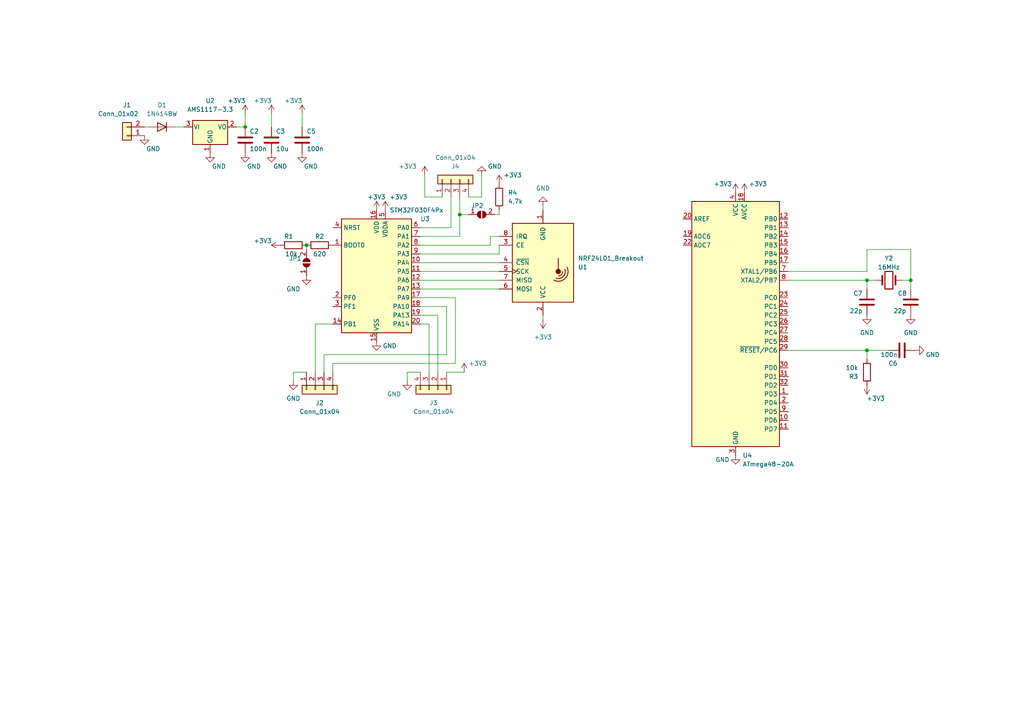
<source format=kicad_sch>
(kicad_sch (version 20211123) (generator eeschema)
  (paper "A4")
  (lib_symbols
    (symbol "Connector_Generic:Conn_01x02" (pin_names (offset 1.016) hide)
      (property "Reference" "J" (at 0 2.54 0))
      (property "Value" "Conn_01x02" (at 0 -5.08 0))
      (symbol "Conn_01x02_1_1"
        (rectangle (start -1.27 -2.413) (end 0 -2.667) (stroke (width 0.1524)))
        (rectangle (start -1.27 0.127) (end 0 -0.127) (stroke (width 0.1524)))
        (rectangle (start -1.27 1.27) (end 1.27 -3.81) (stroke (width 0.254)) (fill (type background)))
        (pin passive line (at -5.08 0 0) (length 3.81) (name "Pin_1") (number "1"))
        (pin passive line (at -5.08 -2.54 0) (length 3.81) (name "Pin_2") (number "2"))
      )
    )
    (symbol "Connector_Generic:Conn_01x04" (pin_names (offset 1.016) hide)
      (property "Reference" "J" (at 0 5.08 0))
      (property "Value" "Conn_01x04" (at 0 -7.62 0))
      (symbol "Conn_01x04_1_1"
        (rectangle (start -1.27 -4.953) (end 0 -5.207) (stroke (width 0.1524)))
        (rectangle (start -1.27 -2.413) (end 0 -2.667) (stroke (width 0.1524)))
        (rectangle (start -1.27 0.127) (end 0 -0.127) (stroke (width 0.1524)))
        (rectangle (start -1.27 2.667) (end 0 2.413) (stroke (width 0.1524)))
        (rectangle (start -1.27 3.81) (end 1.27 -6.35) (stroke (width 0.254)) (fill (type background)))
        (pin passive line (at -5.08 2.54 0) (length 3.81) (name "Pin_1") (number "1"))
        (pin passive line (at -5.08 0 0) (length 3.81) (name "Pin_2") (number "2"))
        (pin passive line (at -5.08 -2.54 0) (length 3.81) (name "Pin_3") (number "3"))
        (pin passive line (at -5.08 -5.08 0) (length 3.81) (name "Pin_4") (number "4"))
      )
    )
    (symbol "Device:C" (pin_numbers hide) (pin_names (offset 0.254))
      (property "Reference" "C" (at 0.635 2.54 0))
      (property "Value" "C" (at 0.635 -2.54 0))
      (symbol "C_0_1"
        (polyline (pts (xy -2.032 -0.762) (xy 2.032 -0.762)) (stroke (width 0.508)))
        (polyline (pts (xy -2.032 0.762) (xy 2.032 0.762)) (stroke (width 0.508)))
      )
      (symbol "C_1_1"
        (pin passive line (at 0 3.81 270) (length 2.794) (name "~") (number "1"))
        (pin passive line (at 0 -3.81 90) (length 2.794) (name "~") (number "2"))
      )
    )
    (symbol "Device:Crystal" (pin_numbers hide) (pin_names (offset 1.016) hide)
      (property "Reference" "Y" (at 0 3.81 0))
      (property "Value" "Crystal" (at 0 -3.81 0))
      (symbol "Crystal_0_1"
        (rectangle (start -1.143 2.54) (end 1.143 -2.54) (stroke (width 0.3048)))
        (polyline (pts (xy -2.54 0) (xy -1.905 0)))
        (polyline (pts (xy -1.905 -1.27) (xy -1.905 1.27)) (stroke (width 0.508)))
        (polyline (pts (xy 1.905 -1.27) (xy 1.905 1.27)) (stroke (width 0.508)))
        (polyline (pts (xy 2.54 0) (xy 1.905 0)))
      )
      (symbol "Crystal_1_1"
        (pin passive line (at -3.81 0 0) (length 1.27) (name "1") (number "1"))
        (pin passive line (at 3.81 0 180) (length 1.27) (name "2") (number "2"))
      )
    )
    (symbol "Device:R" (pin_numbers hide) (pin_names (offset 0))
      (property "Reference" "R" (at 2.032 0 90))
      (property "Value" "R" (at 0 0 90))
      (symbol "R_0_1"
        (rectangle (start -1.016 -2.54) (end 1.016 2.54) (stroke (width 0.254)))
      )
      (symbol "R_1_1"
        (pin passive line (at 0 3.81 270) (length 1.27) (name "~") (number "1"))
        (pin passive line (at 0 -3.81 90) (length 1.27) (name "~") (number "2"))
      )
    )
    (symbol "Diode:1N4148W" (pin_numbers hide) (pin_names (offset 1.016) hide)
      (property "Reference" "D" (at 0 2.54 0))
      (property "Value" "1N4148W" (at 0 -2.54 0))
      (symbol "1N4148W_0_1"
        (polyline (pts (xy -1.27 1.27) (xy -1.27 -1.27)) (stroke (width 0.254)))
        (polyline (pts (xy 1.27 0) (xy -1.27 0)))
        (polyline (pts (xy 1.27 1.27) (xy 1.27 -1.27) (xy -1.27 0) (xy 1.27 1.27)) (stroke (width 0.254)))
      )
      (symbol "1N4148W_1_1"
        (pin passive line (at -3.81 0 0) (length 2.54) (name "K") (number "1"))
        (pin passive line (at 3.81 0 180) (length 2.54) (name "A") (number "2"))
      )
    )
    (symbol "Jumper:SolderJumper_2_Open" (pin_names (offset 0) hide)
      (property "Reference" "JP" (at 0 2.032 0))
      (property "Value" "SolderJumper_2_Open" (at 0 -2.54 0))
      (symbol "SolderJumper_2_Open_0_1"
        (arc (start -0.254 1.016) (mid -1.27 0) (end -0.254 -1.016))
        (arc (start -0.254 1.016) (mid -1.27 0) (end -0.254 -1.016) (fill (type outline)))
        (polyline (pts (xy -0.254 1.016) (xy -0.254 -1.016)))
        (polyline (pts (xy 0.254 1.016) (xy 0.254 -1.016)))
        (arc (start 0.254 -1.016) (mid 1.27 0) (end 0.254 1.016))
        (arc (start 0.254 -1.016) (mid 1.27 0) (end 0.254 1.016) (fill (type outline)))
      )
      (symbol "SolderJumper_2_Open_1_1"
        (pin passive line (at -3.81 0 0) (length 2.54) (name "A") (number "1"))
        (pin passive line (at 3.81 0 180) (length 2.54) (name "B") (number "2"))
      )
    )
    (symbol "MCU_Microchip_ATmega:ATmega48-20A"
      (property "Reference" "U" (at -12.7 36.83 0))
      (property "Value" "ATmega48-20A" (at 2.54 -36.83 0))
      (symbol "ATmega48-20A_0_1"
        (rectangle (start -12.7 -35.56) (end 12.7 35.56) (stroke (width 0.254)) (fill (type background)))
      )
      (symbol "ATmega48-20A_1_1"
        (pin bidirectional line (at 15.24 -20.32 180) (length 2.54) (name "PD3") (number "1"))
        (pin bidirectional line (at 15.24 -27.94 180) (length 2.54) (name "PD6") (number "10"))
        (pin bidirectional line (at 15.24 -30.48 180) (length 2.54) (name "PD7") (number "11"))
        (pin bidirectional line (at 15.24 30.48 180) (length 2.54) (name "PB0") (number "12"))
        (pin bidirectional line (at 15.24 27.94 180) (length 2.54) (name "PB1") (number "13"))
        (pin bidirectional line (at 15.24 25.4 180) (length 2.54) (name "PB2") (number "14"))
        (pin bidirectional line (at 15.24 22.86 180) (length 2.54) (name "PB3") (number "15"))
        (pin bidirectional line (at 15.24 20.32 180) (length 2.54) (name "PB4") (number "16"))
        (pin bidirectional line (at 15.24 17.78 180) (length 2.54) (name "PB5") (number "17"))
        (pin power_in line (at 2.54 38.1 270) (length 2.54) (name "AVCC") (number "18"))
        (pin input line (at -15.24 25.4 0) (length 2.54) (name "ADC6") (number "19"))
        (pin bidirectional line (at 15.24 -22.86 180) (length 2.54) (name "PD4") (number "2"))
        (pin passive line (at -15.24 30.48 0) (length 2.54) (name "AREF") (number "20"))
        (pin passive line (at 0 -38.1 90) (length 2.54) hide (name "GND") (number "21"))
        (pin input line (at -15.24 22.86 0) (length 2.54) (name "ADC7") (number "22"))
        (pin bidirectional line (at 15.24 7.62 180) (length 2.54) (name "PC0") (number "23"))
        (pin bidirectional line (at 15.24 5.08 180) (length 2.54) (name "PC1") (number "24"))
        (pin bidirectional line (at 15.24 2.54 180) (length 2.54) (name "PC2") (number "25"))
        (pin bidirectional line (at 15.24 0 180) (length 2.54) (name "PC3") (number "26"))
        (pin bidirectional line (at 15.24 -2.54 180) (length 2.54) (name "PC4") (number "27"))
        (pin bidirectional line (at 15.24 -5.08 180) (length 2.54) (name "PC5") (number "28"))
        (pin bidirectional line (at 15.24 -7.62 180) (length 2.54) (name "~{RESET}/PC6") (number "29"))
        (pin power_in line (at 0 -38.1 90) (length 2.54) (name "GND") (number "3"))
        (pin bidirectional line (at 15.24 -12.7 180) (length 2.54) (name "PD0") (number "30"))
        (pin bidirectional line (at 15.24 -15.24 180) (length 2.54) (name "PD1") (number "31"))
        (pin bidirectional line (at 15.24 -17.78 180) (length 2.54) (name "PD2") (number "32"))
        (pin power_in line (at 0 38.1 270) (length 2.54) (name "VCC") (number "4"))
        (pin passive line (at 0 -38.1 90) (length 2.54) hide (name "GND") (number "5"))
        (pin passive line (at 0 38.1 270) (length 2.54) hide (name "VCC") (number "6"))
        (pin bidirectional line (at 15.24 15.24 180) (length 2.54) (name "XTAL1/PB6") (number "7"))
        (pin bidirectional line (at 15.24 12.7 180) (length 2.54) (name "XTAL2/PB7") (number "8"))
        (pin bidirectional line (at 15.24 -25.4 180) (length 2.54) (name "PD5") (number "9"))
      )
    )
    (symbol "MCU_ST_STM32F0:STM32F030F4Px"
      (property "Reference" "U" (at -10.16 16.51 0))
      (property "Value" "STM32F030F4Px" (at 5.08 16.51 0))
      (symbol "STM32F030F4Px_0_1"
        (rectangle (start -10.16 -17.78) (end 10.16 15.24) (stroke (width 0.254)) (fill (type background)))
      )
      (symbol "STM32F030F4Px_1_1"
        (pin input line (at -12.7 7.62 0) (length 2.54) (name "BOOT0") (number "1"))
        (pin bidirectional line (at 12.7 2.54 180) (length 2.54) (name "PA4") (number "10"))
        (pin bidirectional line (at 12.7 0 180) (length 2.54) (name "PA5") (number "11"))
        (pin bidirectional line (at 12.7 -2.54 180) (length 2.54) (name "PA6") (number "12"))
        (pin bidirectional line (at 12.7 -5.08 180) (length 2.54) (name "PA7") (number "13"))
        (pin bidirectional line (at -12.7 -15.24 0) (length 2.54) (name "PB1") (number "14"))
        (pin power_in line (at 0 -20.32 90) (length 2.54) (name "VSS") (number "15"))
        (pin power_in line (at 0 17.78 270) (length 2.54) (name "VDD") (number "16"))
        (pin bidirectional line (at 12.7 -7.62 180) (length 2.54) (name "PA9") (number "17"))
        (pin bidirectional line (at 12.7 -10.16 180) (length 2.54) (name "PA10") (number "18"))
        (pin bidirectional line (at 12.7 -12.7 180) (length 2.54) (name "PA13") (number "19"))
        (pin input line (at -12.7 -7.62 0) (length 2.54) (name "PF0") (number "2"))
        (pin bidirectional line (at 12.7 -15.24 180) (length 2.54) (name "PA14") (number "20"))
        (pin input line (at -12.7 -10.16 0) (length 2.54) (name "PF1") (number "3"))
        (pin input line (at -12.7 12.7 0) (length 2.54) (name "NRST") (number "4"))
        (pin power_in line (at 2.54 17.78 270) (length 2.54) (name "VDDA") (number "5"))
        (pin bidirectional line (at 12.7 12.7 180) (length 2.54) (name "PA0") (number "6"))
        (pin bidirectional line (at 12.7 10.16 180) (length 2.54) (name "PA1") (number "7"))
        (pin bidirectional line (at 12.7 7.62 180) (length 2.54) (name "PA2") (number "8"))
        (pin bidirectional line (at 12.7 5.08 180) (length 2.54) (name "PA3") (number "9"))
      )
    )
    (symbol "RF:NRF24L01_Breakout" (pin_names (offset 1.016))
      (property "Reference" "U" (at -8.89 12.7 0))
      (property "Value" "NRF24L01_Breakout" (at 3.81 12.7 0))
      (symbol "NRF24L01_Breakout_0_1"
        (rectangle (start -8.89 11.43) (end 8.89 -11.43) (stroke (width 0.254)) (fill (type background)))
        (polyline (pts (xy 4.445 1.905) (xy 4.445 -1.27)) (stroke (width 0.254)))
        (circle (center 4.445 2.54) (radius 0.635) (stroke (width 0.254)) (fill (type outline)))
        (arc (start 5.715 2.54) (mid 5.3559 3.4509) (end 4.445 3.81) (stroke (width 0.254)))
        (arc (start 6.35 1.905) (mid 5.8833 3.9783) (end 3.81 4.445) (stroke (width 0.254)))
        (arc (start 6.985 1.27) (mid 6.453 4.548) (end 3.175 5.08) (stroke (width 0.254)))
      )
      (symbol "NRF24L01_Breakout_1_1"
        (pin power_in line (at 0 -15.24 90) (length 3.81) (name "GND") (number "1"))
        (pin power_in line (at 0 15.24 270) (length 3.81) (name "VCC") (number "2"))
        (pin input line (at -12.7 -5.08 0) (length 3.81) (name "CE") (number "3"))
        (pin input line (at -12.7 0 0) (length 3.81) (name "~{CSN}") (number "4"))
        (pin input clock (at -12.7 2.54 0) (length 3.81) (name "SCK") (number "5"))
        (pin input line (at -12.7 7.62 0) (length 3.81) (name "MOSI") (number "6"))
        (pin output line (at -12.7 5.08 0) (length 3.81) (name "MISO") (number "7"))
        (pin output line (at -12.7 -7.62 0) (length 3.81) (name "IRQ") (number "8"))
      )
    )
    (symbol "Regulator_Linear:AMS1117-3.3" (pin_names (offset 0.254))
      (property "Reference" "U" (at -3.81 3.175 0))
      (property "Value" "AMS1117-3.3" (at 0 3.175 0))
      (symbol "AMS1117-3.3_0_1"
        (rectangle (start -5.08 -5.08) (end 5.08 1.905) (stroke (width 0.254)) (fill (type background)))
      )
      (symbol "AMS1117-3.3_1_1"
        (pin power_in line (at 0 -7.62 90) (length 2.54) (name "GND") (number "1"))
        (pin power_out line (at 7.62 0 180) (length 2.54) (name "VO") (number "2"))
        (pin power_in line (at -7.62 0 0) (length 2.54) (name "VI") (number "3"))
      )
    )
    (symbol "power:+3.3V" (power) (pin_names (offset 0))
      (property "Value" "+3.3V" (at 0 3.556 0))
      (symbol "+3.3V_0_1"
        (polyline (pts (xy -0.762 1.27) (xy 0 2.54)))
        (polyline (pts (xy 0 0) (xy 0 2.54)))
        (polyline (pts (xy 0 2.54) (xy 0.762 1.27)))
      )
      (symbol "+3.3V_1_1"
        (pin power_in line (at 0 0 90) (length 0) hide (name "+3V3") (number "1"))
      )
    )
    (symbol "power:GND" (power) (pin_names (offset 0))
      (property "Value" "GND" (at 0 -3.81 0))
      (symbol "GND_0_1"
        (polyline (pts (xy 0 0) (xy 0 -1.27) (xy 1.27 -1.27) (xy 0 -2.54) (xy -1.27 -1.27) (xy 0 -1.27)))
      )
      (symbol "GND_1_1"
        (pin power_in line (at 0 0 270) (length 0) hide (name "GND") (number "1"))
      )
    )
  )
  (junction (at 251.46 81.28))
  (junction (at 71.12 36.83))
  (junction (at 264.16 81.28))
  (junction (at 251.46 101.6))
  (junction (at 133.35 62.23))
  (junction (at 88.9 71.12))
  (wire (pts (xy 96.52 105.41) (xy 96.52 107.95)))
  (wire (pts (xy 68.58 36.83) (xy 71.12 36.83)))
  (wire (pts (xy 144.78 62.23) (xy 144.78 60.96)))
  (wire (pts (xy 96.52 93.98) (xy 91.44 93.98)))
  (wire (pts (xy 251.46 72.39) (xy 251.46 78.74)))
  (wire (pts (xy 123.19 57.15) (xy 128.27 57.15)))
  (wire (pts (xy 85.09 107.95) (xy 88.9 107.95)))
  (wire (pts (xy 142.24 68.58) (xy 144.78 68.58)))
  (wire (pts (xy 127 91.44) (xy 127 107.95)))
  (wire (pts (xy 118.11 110.49) (xy 118.11 107.95)))
  (wire (pts (xy 118.11 107.95) (xy 121.92 107.95)))
  (wire (pts (xy 121.92 83.82) (xy 144.78 83.82)))
  (wire (pts (xy 228.6 78.74) (xy 251.46 78.74)))
  (wire (pts (xy 157.48 60.96) (xy 157.48 59.69)))
  (wire (pts (xy 129.54 88.9) (xy 129.54 102.87)))
  (wire (pts (xy 121.92 66.04) (xy 130.81 66.04)))
  (wire (pts (xy 43.18 36.83) (xy 41.91 36.83)))
  (wire (pts (xy 121.92 76.2) (xy 144.78 76.2)))
  (wire (pts (xy 121.92 78.74) (xy 144.78 78.74)))
  (wire (pts (xy 121.92 88.9) (xy 129.54 88.9)))
  (wire (pts (xy 121.92 73.66) (xy 144.78 73.66)))
  (wire (pts (xy 264.16 81.28) (xy 261.62 81.28)))
  (wire (pts (xy 93.98 102.87) (xy 93.98 107.95)))
  (wire (pts (xy 132.08 105.41) (xy 96.52 105.41)))
  (wire (pts (xy 87.63 36.83) (xy 87.63 33.02)))
  (wire (pts (xy 251.46 104.14) (xy 251.46 101.6)))
  (wire (pts (xy 251.46 83.82) (xy 251.46 81.28)))
  (wire (pts (xy 254 81.28) (xy 251.46 81.28)))
  (wire (pts (xy 121.92 81.28) (xy 144.78 81.28)))
  (wire (pts (xy 139.7 50.8) (xy 139.7 57.15)))
  (wire (pts (xy 124.46 93.98) (xy 124.46 107.95)))
  (wire (pts (xy 130.81 57.15) (xy 130.81 66.04)))
  (wire (pts (xy 133.35 62.23) (xy 135.89 62.23)))
  (wire (pts (xy 133.35 62.23) (xy 133.35 57.15)))
  (wire (pts (xy 124.46 93.98) (xy 121.92 93.98)))
  (wire (pts (xy 121.92 68.58) (xy 133.35 68.58)))
  (wire (pts (xy 129.54 102.87) (xy 93.98 102.87)))
  (wire (pts (xy 50.8 36.83) (xy 53.34 36.83)))
  (wire (pts (xy 157.48 91.44) (xy 157.48 92.71)))
  (wire (pts (xy 85.09 110.49) (xy 85.09 107.95)))
  (wire (pts (xy 144.78 73.66) (xy 144.78 71.12)))
  (wire (pts (xy 142.24 71.12) (xy 142.24 68.58)))
  (wire (pts (xy 121.92 71.12) (xy 142.24 71.12)))
  (wire (pts (xy 257.81 101.6) (xy 251.46 101.6)))
  (wire (pts (xy 228.6 101.6) (xy 251.46 101.6)))
  (wire (pts (xy 264.16 81.28) (xy 264.16 72.39)))
  (wire (pts (xy 143.51 62.23) (xy 144.78 62.23)))
  (wire (pts (xy 127 91.44) (xy 121.92 91.44)))
  (wire (pts (xy 71.12 36.83) (xy 71.12 33.02)))
  (wire (pts (xy 88.9 72.39) (xy 88.9 71.12)))
  (wire (pts (xy 134.62 107.95) (xy 129.54 107.95)))
  (wire (pts (xy 264.16 81.28) (xy 264.16 83.82)))
  (wire (pts (xy 133.35 68.58) (xy 133.35 62.23)))
  (wire (pts (xy 132.08 86.36) (xy 132.08 105.41)))
  (wire (pts (xy 121.92 86.36) (xy 132.08 86.36)))
  (wire (pts (xy 228.6 81.28) (xy 251.46 81.28)))
  (wire (pts (xy 264.16 72.39) (xy 251.46 72.39)))
  (wire (pts (xy 78.74 36.83) (xy 78.74 33.02)))
  (wire (pts (xy 139.7 57.15) (xy 135.89 57.15)))
  (wire (pts (xy 123.19 57.15) (xy 123.19 50.8)))
  (wire (pts (xy 91.44 93.98) (xy 91.44 107.95)))
  (symbol (lib_id "power:GND") (at 264.16 91.44 0) (mirror y) (unit 1)
    (property "Reference" "#PWR0101" (effects hide))
    (property "Value" "GND" (at 264.16 96.52 0))
  )
  (symbol (lib_id "power:GND") (at 118.11 110.49 0) (unit 1)
    (property "Reference" "#PWR019" (effects hide))
    (property "Value" "GND" (at 114.3 114.3 0))
  )
  (symbol (lib_id "power:+3.3V") (at 251.46 111.76 180) (unit 1)
    (property "Reference" "#PWR015" (effects hide))
    (property "Value" "+3.3V" (at 254 115.57 0))
  )
  (symbol (lib_id "power:+3.3V") (at 111.76 60.96 0) (unit 1)
    (property "Reference" "#PWR018" (effects hide))
    (property "Value" "+3.3V" (at 115.57 57.15 0))
  )
  (symbol (lib_id "Device:C") (at 87.63 40.64 0) (unit 1)
    (property "Reference" "C5" (at 88.9 38.1 0) (effects (justify left)))
    (property "Value" "100n" (at 88.9 43.18 0) (effects (justify left)))
    (property "Footprint" "Capacitor_SMD:C_0805_2012Metric" (effects hide))
  )
  (symbol (lib_id "RF:NRF24L01_Breakout") (at 157.48 76.2 0) (mirror x) (unit 1)
    (property "Reference" "U1" (at 167.64 77.4701 0) (effects (justify left)))
    (property "Value" "NRF24L01_Breakout" (at 167.64 74.9301 0) (effects (justify left)))
    (property "Footprint" "RF_Module:nRF24L01_Breakout" (effects hide))
    (property "Datasheet" "http://www.nordicsemi.com/eng/content/download/2730/34105/file/nRF24L01_Product_Specification_v2_0.pdf" (effects hide))
  )
  (symbol (lib_id "power:GND") (at 213.36 132.08 0) (unit 1)
    (property "Reference" "#PWR0105" (effects hide))
    (property "Value" "GND" (at 209.55 133.35 0))
  )
  (symbol (lib_id "power:+3.3V") (at 157.48 92.71 0) (mirror x) (unit 1)
    (property "Reference" "#PWR025" (effects hide))
    (property "Value" "+3.3V" (at 157.48 97.79 0))
  )
  (symbol (lib_id "power:+3.3V") (at 109.22 60.96 0) (unit 1)
    (property "Reference" "#PWR016" (effects hide))
    (property "Value" "+3.3V" (at 109.22 57.15 0))
  )
  (symbol (lib_id "MCU_Microchip_ATmega:ATmega48-20A") (at 213.36 93.98 0) (unit 1)
    (property "Reference" "U4" (at 215.3794 132.08 0) (effects (justify left)))
    (property "Value" "ATmega48-20A" (at 215.3794 134.62 0) (effects (justify left)))
    (property "Footprint" "Package_QFP:TQFP-32_7x7mm_P0.8mm" (effects hide))
    (property "Datasheet" "http://ww1.microchip.com/downloads/en/DeviceDoc/Atmel-2545-8-bit-AVR-Microcontroller-ATmega48-88-168_Datasheet.pdf" (effects hide))
  )
  (symbol (lib_id "power:+3.3V") (at 213.36 55.88 0) (mirror y) (unit 1)
    (property "Reference" "#PWR0102" (effects hide))
    (property "Value" "+3.3V" (at 207.01 53.34 0) (effects (justify right)))
  )
  (symbol (lib_id "power:GND") (at 265.43 101.6 90) (unit 1)
    (property "Reference" "#PWR06" (effects hide))
    (property "Value" "GND" (at 270.51 102.87 90))
  )
  (symbol (lib_id "power:+3.3V") (at 134.62 107.95 0) (mirror y) (unit 1)
    (property "Reference" "#PWR021" (effects hide))
    (property "Value" "+3.3V" (at 135.89 105.41 0) (effects (justify right)))
  )
  (symbol (lib_id "Jumper:SolderJumper_2_Open") (at 139.7 62.23 0) (unit 1)
    (property "Reference" "JP2" (at 138.43 59.69 0))
    (property "Value" "SolderJumper_2_Open" (effects hide))
    (property "Footprint" "Jumper:SolderJumper-2_P1.3mm_Open_TrianglePad1.0x1.5mm" (effects hide))
  )
  (symbol (lib_id "MCU_ST_STM32F0:STM32F030F4Px") (at 109.22 78.74 0) (unit 1)
    (property "Reference" "U3" (at 121.92 63.5 0) (effects (justify left)))
    (property "Value" "STM32F030F4Px" (at 113.03 60.96 0) (effects (justify left)))
    (property "Footprint" "Package_SO:TSSOP-20_4.4x6.5mm_P0.65mm" (effects hide))
    (property "Datasheet" "http://www.st.com/st-web-ui/static/active/en/resource/technical/document/datasheet/DM00088500.pdf" (effects hide))
  )
  (symbol (lib_id "power:GND") (at 88.9 80.01 0) (unit 1)
    (property "Reference" "#PWR014" (effects hide))
    (property "Value" "GND" (at 85.09 83.82 0))
  )
  (symbol (lib_id "power:GND") (at 78.74 44.45 0) (unit 1)
    (property "Reference" "#PWR09" (effects hide))
    (property "Value" "GND" (at 81.28 48.26 0))
  )
  (symbol (lib_id "power:GND") (at 87.63 44.45 0) (unit 1)
    (property "Reference" "#PWR013" (effects hide))
    (property "Value" "GND" (at 90.17 48.26 0))
  )
  (symbol (lib_id "Device:Crystal") (at 257.81 81.28 0) (mirror y) (unit 1)
    (property "Reference" "Y2" (at 257.81 74.93 0))
    (property "Value" "16MHz" (at 257.81 77.47 0))
    (property "Footprint" "Crystal:Crystal_HC49-U_Vertical" (effects hide))
  )
  (symbol (lib_id "power:+3.3V") (at 144.78 53.34 0) (mirror y) (unit 1)
    (property "Reference" "#PWR023" (effects hide))
    (property "Value" "+3.3V" (at 146.05 50.8 0) (effects (justify right)))
  )
  (symbol (lib_id "power:GND") (at 60.96 44.45 0) (unit 1)
    (property "Reference" "#PWR02" (effects hide))
    (property "Value" "GND" (at 63.5 48.26 0))
  )
  (symbol (lib_id "power:GND") (at 251.46 91.44 0) (mirror y) (unit 1)
    (property "Reference" "#PWR0103" (effects hide))
    (property "Value" "GND" (at 251.46 96.52 0))
  )
  (symbol (lib_id "Device:R") (at 92.71 71.12 90) (unit 1)
    (property "Reference" "R2" (at 92.71 68.58 90))
    (property "Value" "620" (at 92.71 73.66 90))
    (property "Footprint" "Resistor_SMD:R_0603_1608Metric" (effects hide))
  )
  (symbol (lib_id "Connector_Generic:Conn_01x04") (at 91.44 113.03 90) (mirror x) (unit 1)
    (property "Reference" "J2" (at 92.71 116.84 90))
    (property "Value" "Conn_01x04" (at 92.71 119.38 90))
    (property "Footprint" "Connector_PinHeader_2.54mm:PinHeader_1x04_P2.54mm_Vertical" (effects hide))
  )
  (symbol (lib_id "power:+3.3V") (at 78.74 33.02 0) (unit 1)
    (property "Reference" "#PWR08" (effects hide))
    (property "Value" "+3.3V" (at 76.2 29.21 0))
  )
  (symbol (lib_id "Device:R") (at 144.78 57.15 0) (unit 1)
    (property "Reference" "R4" (at 147.32 55.8799 0) (effects (justify left)))
    (property "Value" "4,7k" (at 147.32 58.4199 0) (effects (justify left)))
    (property "Footprint" "Resistor_SMD:R_0805_2012Metric" (effects hide))
  )
  (symbol (lib_id "power:+3.3V") (at 87.63 33.02 0) (unit 1)
    (property "Reference" "#PWR012" (effects hide))
    (property "Value" "+3.3V" (at 85.09 29.21 0))
  )
  (symbol (lib_id "power:GND") (at 109.22 99.06 0) (unit 1)
    (property "Reference" "#PWR017" (effects hide))
    (property "Value" "GND" (at 113.03 100.33 0))
  )
  (symbol (lib_id "power:GND") (at 139.7 50.8 180) (unit 1)
    (property "Reference" "#PWR022" (effects hide))
    (property "Value" "GND" (at 143.51 48.26 0))
  )
  (symbol (lib_id "Device:C") (at 261.62 101.6 90) (unit 1)
    (property "Reference" "C6" (at 260.35 105.41 90) (effects (justify left)))
    (property "Value" "100n" (at 260.35 102.87 90) (effects (justify left)))
    (property "Footprint" "Capacitor_SMD:C_0805_2012Metric" (effects hide))
  )
  (symbol (lib_id "Connector_Generic:Conn_01x04") (at 130.81 52.07 90) (unit 1)
    (property "Reference" "J4" (at 132.08 48.26 90))
    (property "Value" "Conn_01x04" (at 132.08 45.72 90))
    (property "Footprint" "Connector_PinHeader_2.54mm:PinHeader_1x04_P2.54mm_Vertical" (effects hide))
  )
  (symbol (lib_id "power:+3.3V") (at 215.9 55.88 0) (mirror y) (unit 1)
    (property "Reference" "#PWR0104" (effects hide))
    (property "Value" "+3.3V" (at 217.17 53.34 0) (effects (justify right)))
  )
  (symbol (lib_id "power:GND") (at 41.91 39.37 0) (unit 1)
    (property "Reference" "#PWR01" (effects hide))
    (property "Value" "GND" (at 44.45 43.18 0))
  )
  (symbol (lib_id "Device:C") (at 78.74 40.64 0) (unit 1)
    (property "Reference" "C3" (at 80.01 38.1 0) (effects (justify left)))
    (property "Value" "10u" (at 80.01 43.18 0) (effects (justify left)))
    (property "Footprint" "Capacitor_SMD:C_0805_2012Metric" (effects hide))
  )
  (symbol (lib_id "Regulator_Linear:AMS1117-3.3") (at 60.96 36.83 0) (unit 1)
    (property "Reference" "U2" (at 60.96 29.21 0))
    (property "Value" "AMS1117-3.3" (at 60.96 31.75 0))
    (property "Footprint" "Package_TO_SOT_SMD:SOT-223-3_TabPin2" (effects hide))
    (property "Datasheet" "http://www.advanced-monolithic.com/pdf/ds1117.pdf" (effects hide))
  )
  (symbol (lib_id "power:GND") (at 71.12 44.45 0) (unit 1)
    (property "Reference" "#PWR05" (effects hide))
    (property "Value" "GND" (at 73.66 48.26 0))
  )
  (symbol (lib_id "Device:R") (at 85.09 71.12 90) (unit 1)
    (property "Reference" "R1" (at 85.09 68.58 90) (effects (justify left)))
    (property "Value" "10k" (at 86.36 73.66 90) (effects (justify left)))
    (property "Footprint" "Resistor_SMD:R_0805_2012Metric" (effects hide))
  )
  (symbol (lib_id "Jumper:SolderJumper_2_Open") (at 88.9 76.2 90) (unit 1)
    (property "Reference" "JP1" (at 83.82 74.93 90) (effects (justify right)))
    (property "Value" "SolderJumper_2_Open" (effects hide))
    (property "Footprint" "Jumper:SolderJumper-2_P1.3mm_Open_TrianglePad1.0x1.5mm" (effects hide))
  )
  (symbol (lib_id "Device:C") (at 71.12 40.64 0) (unit 1)
    (property "Reference" "C2" (at 72.39 38.1 0) (effects (justify left)))
    (property "Value" "100n" (at 72.39 43.18 0) (effects (justify left)))
    (property "Footprint" "Capacitor_SMD:C_0805_2012Metric" (effects hide))
  )
  (symbol (lib_id "Device:C") (at 251.46 87.63 0) (mirror y) (unit 1)
    (property "Reference" "C7" (at 250.19 85.09 0) (effects (justify left)))
    (property "Value" "22p" (at 250.19 90.17 0) (effects (justify left)))
    (property "Footprint" "Capacitor_SMD:C_0805_2012Metric" (effects hide))
  )
  (symbol (lib_id "Diode:1N4148W") (at 46.99 36.83 180) (unit 1)
    (property "Reference" "D1" (at 46.99 30.48 0))
    (property "Value" "1N4148W" (at 46.99 33.02 0))
    (property "Footprint" "Diode_SMD:D_SOD-123" (effects hide))
    (property "Datasheet" "https://www.vishay.com/docs/85748/1n4148w.pdf" (effects hide))
  )
  (symbol (lib_id "Device:R") (at 251.46 107.95 180) (unit 1)
    (property "Reference" "R3" (at 248.92 109.2201 0) (effects (justify left)))
    (property "Value" "10k" (at 248.92 106.6801 0) (effects (justify left)))
    (property "Footprint" "Resistor_SMD:R_0805_2012Metric" (effects hide))
  )
  (symbol (lib_id "Connector_Generic:Conn_01x02") (at 36.83 39.37 180) (unit 1)
    (property "Reference" "J1" (at 36.83 30.48 0))
    (property "Value" "Conn_01x02" (at 34.29 33.02 0))
    (property "Footprint" "Connector_PinHeader_2.54mm:PinHeader_1x02_P2.54mm_Vertical" (effects hide))
  )
  (symbol (lib_id "power:+3.3V") (at 71.12 33.02 0) (unit 1)
    (property "Reference" "#PWR04" (effects hide))
    (property "Value" "+3.3V" (at 68.58 29.21 0))
  )
  (symbol (lib_id "power:+3.3V") (at 81.28 71.12 90) (unit 1)
    (property "Reference" "#PWR07" (effects hide))
    (property "Value" "+3.3V" (at 76.2 69.85 90))
  )
  (symbol (lib_id "Device:C") (at 264.16 87.63 0) (mirror x) (unit 1)
    (property "Reference" "C8" (at 260.35 85.09 0) (effects (justify left)))
    (property "Value" "22p" (at 259.08 90.17 0) (effects (justify left)))
    (property "Footprint" "Capacitor_SMD:C_0805_2012Metric" (effects hide))
  )
  (symbol (lib_id "power:GND") (at 85.09 110.49 0) (unit 1)
    (property "Reference" "#PWR011" (effects hide))
    (property "Value" "GND" (at 85.09 115.57 0))
  )
  (symbol (lib_id "power:GND") (at 157.48 59.69 0) (mirror x) (unit 1)
    (property "Reference" "#PWR024" (effects hide))
    (property "Value" "GND" (at 157.48 54.61 0))
  )
  (symbol (lib_id "power:+3.3V") (at 123.19 50.8 0) (mirror y) (unit 1)
    (property "Reference" "#PWR020" (effects hide))
    (property "Value" "+3.3V" (at 115.57 48.26 0) (effects (justify right)))
  )
  (symbol (lib_id "Connector_Generic:Conn_01x04") (at 127 113.03 270) (unit 1)
    (property "Reference" "J3" (at 125.73 116.84 90))
    (property "Value" "Conn_01x04" (at 125.73 119.38 90))
    (property "Footprint" "Connector_PinHeader_2.54mm:PinHeader_1x04_P2.54mm_Vertical" (effects hide))
  )
)
</source>
